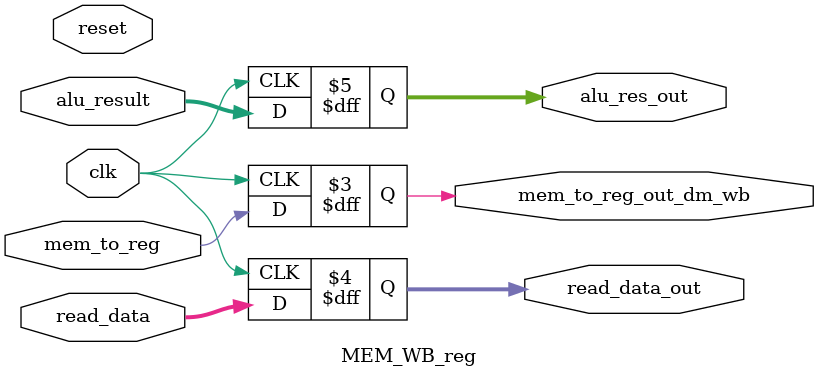
<source format=v>
module MEM_WB_reg(mem_to_reg,alu_result,clk,read_data,mem_to_reg_out_dm_wb,read_data_out,alu_res_out,reset);
  
  input clk, reset;
  input mem_to_reg;
  // input [4:0] write_reg;
  input [31:0] alu_result, read_data;
  output reg mem_to_reg_out_dm_wb;
  output reg [31:0] read_data_out,alu_res_out;
  // output reg [4:0] write_reg_out;
  reg flag_dm_wb;
  always @(posedge reset)
    begin
      flag_dm_wb = 1'b1;
    end
  always@(posedge clk)
    begin
      // reg_write_out<=reg_write;
      mem_to_reg_out_dm_wb<=mem_to_reg;
      read_data_out<=read_data;
      alu_res_out<=alu_result;
      // write_reg_out<=write_reg; 
      
    end
  
  
endmodule
</source>
